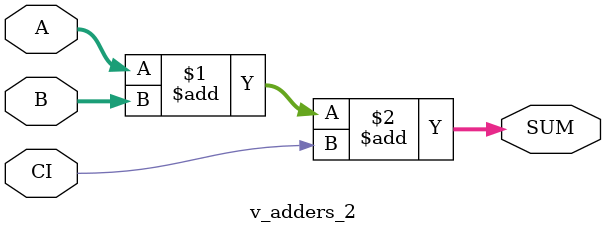
<source format=v>
module v_adders_2 (A, B, CI, SUM);

    parameter  WIDTH = 8;
    input   [WIDTH-1:0]  A;
    input   [WIDTH-1:0]  B;
    input                CI;
    output  [WIDTH-1:0] SUM;

    assign SUM = A + B + CI;

endmodule

</source>
